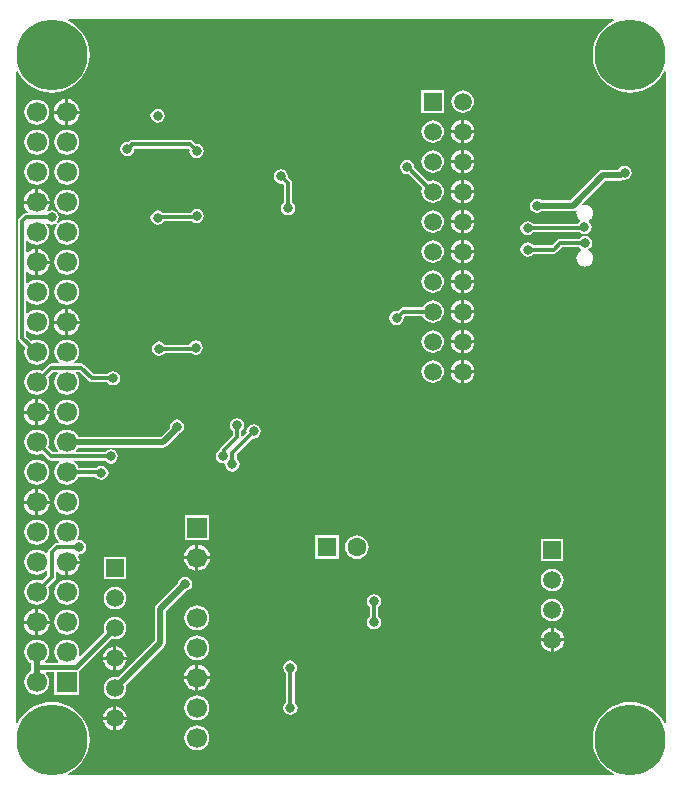
<source format=gbl>
G04*
G04 #@! TF.GenerationSoftware,Altium Limited,Altium Designer,22.6.1 (34)*
G04*
G04 Layer_Physical_Order=2*
G04 Layer_Color=16711680*
%FSAX44Y44*%
%MOMM*%
G71*
G04*
G04 #@! TF.SameCoordinates,3ED828DF-7C99-4F06-8B8B-480B9A04C0B7*
G04*
G04*
G04 #@! TF.FilePolarity,Positive*
G04*
G01*
G75*
%ADD14C,0.4000*%
%ADD53C,1.7000*%
%ADD54R,1.7000X1.7000*%
%ADD64C,0.3000*%
%ADD65C,0.5000*%
%ADD67R,1.5000X1.5000*%
%ADD68C,1.5000*%
%ADD69C,1.6000*%
%ADD70R,1.6000X1.6000*%
%ADD71C,6.0000*%
%ADD72R,1.7000X1.7000*%
%ADD73C,0.8000*%
%ADD74C,0.5080*%
G36*
X01626529Y01150604D02*
X01626157Y01150450D01*
X01621863Y01147819D01*
X01618033Y01144547D01*
X01614761Y01140717D01*
X01612130Y01136423D01*
X01610202Y01131769D01*
X01609026Y01126871D01*
X01608631Y01121850D01*
X01609026Y01116829D01*
X01610202Y01111931D01*
X01612130Y01107277D01*
X01614761Y01102983D01*
X01618033Y01099153D01*
X01621863Y01095881D01*
X01626157Y01093250D01*
X01630811Y01091322D01*
X01635709Y01090146D01*
X01640730Y01089751D01*
X01645751Y01090146D01*
X01650649Y01091322D01*
X01655303Y01093250D01*
X01659597Y01095881D01*
X01663427Y01099153D01*
X01666699Y01102983D01*
X01669330Y01107277D01*
X01669484Y01107649D01*
X01670730Y01107401D01*
Y00556299D01*
X01669484Y00556051D01*
X01669330Y00556423D01*
X01666699Y00560717D01*
X01663427Y00564547D01*
X01659597Y00567819D01*
X01655303Y00570450D01*
X01650649Y00572378D01*
X01645751Y00573554D01*
X01640730Y00573949D01*
X01635709Y00573554D01*
X01630811Y00572378D01*
X01626157Y00570450D01*
X01621863Y00567819D01*
X01618033Y00564547D01*
X01614761Y00560717D01*
X01612130Y00556423D01*
X01610202Y00551769D01*
X01609026Y00546871D01*
X01608631Y00541850D01*
X01609026Y00536829D01*
X01610202Y00531931D01*
X01612130Y00527277D01*
X01614761Y00522983D01*
X01618033Y00519153D01*
X01621863Y00515881D01*
X01626157Y00513250D01*
X01626529Y00513096D01*
X01626281Y00511850D01*
X01165179D01*
X01164931Y00513096D01*
X01165303Y00513250D01*
X01169597Y00515881D01*
X01173427Y00519153D01*
X01176699Y00522983D01*
X01179330Y00527277D01*
X01181258Y00531931D01*
X01182434Y00536829D01*
X01182829Y00541850D01*
X01182434Y00546871D01*
X01181258Y00551769D01*
X01179330Y00556423D01*
X01176699Y00560717D01*
X01173427Y00564547D01*
X01169597Y00567819D01*
X01165303Y00570450D01*
X01160649Y00572378D01*
X01155751Y00573554D01*
X01150730Y00573949D01*
X01145709Y00573554D01*
X01140811Y00572378D01*
X01136157Y00570450D01*
X01131863Y00567819D01*
X01128033Y00564547D01*
X01124761Y00560717D01*
X01122130Y00556423D01*
X01121976Y00556051D01*
X01120730Y00556299D01*
Y01107401D01*
X01121976Y01107649D01*
X01122130Y01107277D01*
X01124761Y01102983D01*
X01128033Y01099153D01*
X01131863Y01095881D01*
X01136157Y01093250D01*
X01140811Y01091322D01*
X01145709Y01090146D01*
X01150730Y01089751D01*
X01155751Y01090146D01*
X01160649Y01091322D01*
X01165303Y01093250D01*
X01169597Y01095881D01*
X01173427Y01099153D01*
X01176699Y01102983D01*
X01179330Y01107277D01*
X01181258Y01111931D01*
X01182434Y01116829D01*
X01182829Y01121850D01*
X01182434Y01126871D01*
X01181258Y01131769D01*
X01179330Y01136423D01*
X01176699Y01140717D01*
X01173427Y01144547D01*
X01169597Y01147819D01*
X01165303Y01150450D01*
X01164931Y01150604D01*
X01165179Y01151850D01*
X01626281D01*
X01626529Y01150604D01*
D02*
G37*
%LPC*%
G36*
X01164700Y01084118D02*
Y01074420D01*
X01174398D01*
X01174186Y01076032D01*
X01173073Y01078718D01*
X01171304Y01081024D01*
X01168998Y01082793D01*
X01166312Y01083906D01*
X01164700Y01084118D01*
D02*
G37*
G36*
X01162160Y01084118D02*
X01160548Y01083906D01*
X01157862Y01082793D01*
X01155556Y01081024D01*
X01153787Y01078718D01*
X01152674Y01076032D01*
X01152462Y01074420D01*
X01162160D01*
Y01084118D01*
D02*
G37*
G36*
X01482789Y01091620D02*
X01463790D01*
Y01072620D01*
X01482789D01*
Y01091620D01*
D02*
G37*
G36*
X01498689Y01091702D02*
X01496210Y01091376D01*
X01493898Y01090418D01*
X01491914Y01088895D01*
X01490391Y01086911D01*
X01489434Y01084600D01*
X01489108Y01082120D01*
X01489434Y01079640D01*
X01490391Y01077329D01*
X01491914Y01075345D01*
X01493898Y01073822D01*
X01496210Y01072865D01*
X01498689Y01072538D01*
X01501169Y01072865D01*
X01503480Y01073822D01*
X01505465Y01075345D01*
X01506988Y01077329D01*
X01507945Y01079640D01*
X01508271Y01082120D01*
X01507945Y01084600D01*
X01506988Y01086911D01*
X01505465Y01088895D01*
X01503480Y01090418D01*
X01501169Y01091376D01*
X01498689Y01091702D01*
D02*
G37*
G36*
X01240480Y01076226D02*
X01238139Y01075760D01*
X01236154Y01074434D01*
X01234828Y01072449D01*
X01234362Y01070108D01*
X01234828Y01067767D01*
X01236154Y01065782D01*
X01238139Y01064456D01*
X01240480Y01063991D01*
X01242821Y01064456D01*
X01244806Y01065782D01*
X01246132Y01067767D01*
X01246598Y01070108D01*
X01246132Y01072449D01*
X01244806Y01074434D01*
X01242821Y01075760D01*
X01240480Y01076226D01*
D02*
G37*
G36*
X01138030Y01083741D02*
X01135289Y01083380D01*
X01132735Y01082322D01*
X01130541Y01080639D01*
X01128858Y01078445D01*
X01127800Y01075891D01*
X01127439Y01073150D01*
X01127800Y01070409D01*
X01128858Y01067855D01*
X01130541Y01065661D01*
X01132735Y01063978D01*
X01135289Y01062920D01*
X01138030Y01062559D01*
X01140771Y01062920D01*
X01143325Y01063978D01*
X01145519Y01065661D01*
X01147202Y01067855D01*
X01148260Y01070409D01*
X01148621Y01073150D01*
X01148260Y01075891D01*
X01147202Y01078445D01*
X01145519Y01080639D01*
X01143325Y01082322D01*
X01140771Y01083380D01*
X01138030Y01083741D01*
D02*
G37*
G36*
X01174398Y01071880D02*
X01164700D01*
Y01062182D01*
X01166312Y01062394D01*
X01168998Y01063507D01*
X01171304Y01065276D01*
X01173073Y01067582D01*
X01174186Y01070268D01*
X01174398Y01071880D01*
D02*
G37*
G36*
X01162160D02*
X01152462D01*
X01152674Y01070268D01*
X01153787Y01067582D01*
X01155556Y01065276D01*
X01157862Y01063507D01*
X01160548Y01062394D01*
X01162160Y01062182D01*
Y01071880D01*
D02*
G37*
G36*
X01499959Y01066680D02*
Y01057990D01*
X01508649D01*
X01508471Y01059341D01*
X01507459Y01061783D01*
X01505850Y01063881D01*
X01503753Y01065490D01*
X01501310Y01066502D01*
X01499959Y01066680D01*
D02*
G37*
G36*
X01497419Y01066679D02*
X01496069Y01066502D01*
X01493626Y01065490D01*
X01491529Y01063881D01*
X01489919Y01061783D01*
X01488908Y01059341D01*
X01488730Y01057990D01*
X01497419D01*
Y01066679D01*
D02*
G37*
G36*
X01267980Y01049419D02*
X01218987D01*
X01217622Y01049147D01*
X01216464Y01048373D01*
X01215838Y01047747D01*
X01214730Y01047968D01*
X01212389Y01047502D01*
X01210404Y01046176D01*
X01209078Y01044191D01*
X01208613Y01041850D01*
X01209078Y01039509D01*
X01210404Y01037524D01*
X01212389Y01036198D01*
X01214730Y01035732D01*
X01217071Y01036198D01*
X01219056Y01037524D01*
X01220382Y01039509D01*
X01220847Y01041850D01*
X01221202Y01042281D01*
X01266502D01*
X01267540Y01041243D01*
X01267363Y01040350D01*
X01267828Y01038009D01*
X01269154Y01036024D01*
X01271139Y01034698D01*
X01273480Y01034232D01*
X01275821Y01034698D01*
X01277806Y01036024D01*
X01279132Y01038009D01*
X01279597Y01040350D01*
X01279132Y01042691D01*
X01277806Y01044676D01*
X01275821Y01046002D01*
X01273480Y01046468D01*
X01272587Y01046290D01*
X01270503Y01048373D01*
X01269346Y01049147D01*
X01267980Y01049419D01*
D02*
G37*
G36*
X01473289Y01066302D02*
X01470809Y01065975D01*
X01468499Y01065018D01*
X01466514Y01063495D01*
X01464991Y01061511D01*
X01464034Y01059200D01*
X01463707Y01056720D01*
X01464034Y01054240D01*
X01464991Y01051929D01*
X01466514Y01049945D01*
X01468499Y01048422D01*
X01470809Y01047465D01*
X01473289Y01047138D01*
X01475769Y01047465D01*
X01478080Y01048422D01*
X01480065Y01049945D01*
X01481588Y01051929D01*
X01482545Y01054240D01*
X01482871Y01056720D01*
X01482545Y01059200D01*
X01481588Y01061511D01*
X01480065Y01063495D01*
X01478080Y01065018D01*
X01475769Y01065975D01*
X01473289Y01066302D01*
D02*
G37*
G36*
X01497419Y01055450D02*
X01488730D01*
X01488908Y01054099D01*
X01489919Y01051657D01*
X01491529Y01049559D01*
X01493626Y01047950D01*
X01496069Y01046938D01*
X01497419Y01046761D01*
Y01055450D01*
D02*
G37*
G36*
X01508649D02*
X01499959D01*
Y01046761D01*
X01501310Y01046938D01*
X01503753Y01047950D01*
X01505850Y01049559D01*
X01507459Y01051657D01*
X01508471Y01054099D01*
X01508649Y01055450D01*
D02*
G37*
G36*
X01163430Y01058341D02*
X01160689Y01057980D01*
X01158135Y01056922D01*
X01155941Y01055239D01*
X01154258Y01053045D01*
X01153200Y01050491D01*
X01152839Y01047750D01*
X01153200Y01045009D01*
X01154258Y01042455D01*
X01155941Y01040261D01*
X01158135Y01038578D01*
X01160689Y01037520D01*
X01163430Y01037159D01*
X01166171Y01037520D01*
X01168725Y01038578D01*
X01170919Y01040261D01*
X01172602Y01042455D01*
X01173660Y01045009D01*
X01174021Y01047750D01*
X01173660Y01050491D01*
X01172602Y01053045D01*
X01170919Y01055239D01*
X01168725Y01056922D01*
X01166171Y01057980D01*
X01163430Y01058341D01*
D02*
G37*
G36*
X01138030D02*
X01135289Y01057980D01*
X01132735Y01056922D01*
X01130541Y01055239D01*
X01128858Y01053045D01*
X01127800Y01050491D01*
X01127439Y01047750D01*
X01127800Y01045009D01*
X01128858Y01042455D01*
X01130541Y01040261D01*
X01132735Y01038578D01*
X01135289Y01037520D01*
X01138030Y01037159D01*
X01140771Y01037520D01*
X01143325Y01038578D01*
X01145519Y01040261D01*
X01147202Y01042455D01*
X01148260Y01045009D01*
X01148621Y01047750D01*
X01148260Y01050491D01*
X01147202Y01053045D01*
X01145519Y01055239D01*
X01143325Y01056922D01*
X01140771Y01057980D01*
X01138030Y01058341D01*
D02*
G37*
G36*
X01499959Y01041280D02*
Y01032590D01*
X01508649D01*
X01508471Y01033941D01*
X01507459Y01036383D01*
X01505850Y01038481D01*
X01503753Y01040090D01*
X01501310Y01041102D01*
X01499959Y01041280D01*
D02*
G37*
G36*
X01497419Y01041279D02*
X01496069Y01041102D01*
X01493626Y01040090D01*
X01491529Y01038481D01*
X01489919Y01036383D01*
X01488908Y01033941D01*
X01488730Y01032590D01*
X01497419D01*
Y01041279D01*
D02*
G37*
G36*
X01473289Y01040902D02*
X01470809Y01040575D01*
X01468499Y01039618D01*
X01466514Y01038095D01*
X01464991Y01036111D01*
X01464034Y01033800D01*
X01463707Y01031320D01*
X01464034Y01028840D01*
X01464991Y01026529D01*
X01466514Y01024545D01*
X01468499Y01023022D01*
X01470809Y01022065D01*
X01473289Y01021738D01*
X01475769Y01022065D01*
X01478080Y01023022D01*
X01480065Y01024545D01*
X01481588Y01026529D01*
X01482545Y01028840D01*
X01482871Y01031320D01*
X01482545Y01033800D01*
X01481588Y01036111D01*
X01480065Y01038095D01*
X01478080Y01039618D01*
X01475769Y01040575D01*
X01473289Y01040902D01*
D02*
G37*
G36*
X01497419Y01030050D02*
X01488730D01*
X01488908Y01028699D01*
X01489919Y01026257D01*
X01491529Y01024159D01*
X01493626Y01022550D01*
X01496069Y01021538D01*
X01497419Y01021361D01*
Y01030050D01*
D02*
G37*
G36*
X01508649D02*
X01499959D01*
Y01021361D01*
X01501310Y01021538D01*
X01503753Y01022550D01*
X01505850Y01024159D01*
X01507459Y01026257D01*
X01508471Y01028699D01*
X01508649Y01030050D01*
D02*
G37*
G36*
X01635730Y01027968D02*
X01633389Y01027502D01*
X01631404Y01026176D01*
X01630243Y01024438D01*
X01617730D01*
X01615974Y01024089D01*
X01614486Y01023094D01*
X01589830Y00998438D01*
X01565663D01*
X01564071Y00999502D01*
X01561730Y00999967D01*
X01559389Y00999502D01*
X01557404Y00998176D01*
X01556078Y00996191D01*
X01555612Y00993850D01*
X01556078Y00991509D01*
X01557404Y00989524D01*
X01559389Y00988198D01*
X01561730Y00987732D01*
X01564071Y00988198D01*
X01565663Y00989262D01*
X01591730D01*
X01593486Y00989611D01*
X01594231Y00990109D01*
X01595213Y00989342D01*
X01595267Y00989274D01*
X01595029Y00987470D01*
X01595270Y00985643D01*
X01595975Y00983940D01*
X01597097Y00982478D01*
X01597780Y00981954D01*
X01597728Y00980392D01*
X01597404Y00980176D01*
X01596230Y00978419D01*
X01558562D01*
X01558056Y00979176D01*
X01556071Y00980502D01*
X01553730Y00980967D01*
X01551389Y00980502D01*
X01549404Y00979176D01*
X01548078Y00977191D01*
X01547612Y00974850D01*
X01548078Y00972509D01*
X01549404Y00970524D01*
X01551389Y00969198D01*
X01553730Y00968733D01*
X01556071Y00969198D01*
X01558056Y00970524D01*
X01558562Y00971281D01*
X01597768D01*
X01599389Y00970198D01*
X01601730Y00969733D01*
X01604071Y00970198D01*
X01606056Y00971524D01*
X01607382Y00973509D01*
X01607848Y00975850D01*
X01607382Y00978191D01*
X01606056Y00980176D01*
X01605968Y00980234D01*
X01606065Y00981697D01*
X01607082Y00982478D01*
X01608204Y00983940D01*
X01608909Y00985643D01*
X01609150Y00987470D01*
X01608909Y00989297D01*
X01608204Y00991000D01*
X01607082Y00992462D01*
X01605620Y00993585D01*
X01603917Y00994290D01*
X01602089Y00994530D01*
X01600484Y00994319D01*
X01600064Y00994829D01*
X01599832Y00995463D01*
X01619630Y01015262D01*
X01632918D01*
X01634674Y01015611D01*
X01635056Y01015866D01*
X01635730Y01015732D01*
X01638071Y01016198D01*
X01640056Y01017524D01*
X01641382Y01019509D01*
X01641848Y01021850D01*
X01641382Y01024191D01*
X01640056Y01026176D01*
X01638071Y01027502D01*
X01635730Y01027968D01*
D02*
G37*
G36*
X01163430Y01032941D02*
X01160689Y01032580D01*
X01158135Y01031522D01*
X01155941Y01029839D01*
X01154258Y01027645D01*
X01153200Y01025091D01*
X01152839Y01022350D01*
X01153200Y01019609D01*
X01154258Y01017055D01*
X01155941Y01014861D01*
X01158135Y01013178D01*
X01160689Y01012120D01*
X01163430Y01011759D01*
X01166171Y01012120D01*
X01168725Y01013178D01*
X01170919Y01014861D01*
X01172602Y01017055D01*
X01173660Y01019609D01*
X01174021Y01022350D01*
X01173660Y01025091D01*
X01172602Y01027645D01*
X01170919Y01029839D01*
X01168725Y01031522D01*
X01166171Y01032580D01*
X01163430Y01032941D01*
D02*
G37*
G36*
X01138030D02*
X01135289Y01032580D01*
X01132735Y01031522D01*
X01130541Y01029839D01*
X01128858Y01027645D01*
X01127800Y01025091D01*
X01127439Y01022350D01*
X01127800Y01019609D01*
X01128858Y01017055D01*
X01130541Y01014861D01*
X01132735Y01013178D01*
X01135289Y01012120D01*
X01138030Y01011759D01*
X01140771Y01012120D01*
X01143325Y01013178D01*
X01145519Y01014861D01*
X01147202Y01017055D01*
X01148260Y01019609D01*
X01148621Y01022350D01*
X01148260Y01025091D01*
X01147202Y01027645D01*
X01145519Y01029839D01*
X01143325Y01031522D01*
X01140771Y01032580D01*
X01138030Y01032941D01*
D02*
G37*
G36*
X01499959Y01015880D02*
Y01007190D01*
X01508649D01*
X01508471Y01008541D01*
X01507459Y01010983D01*
X01505850Y01013081D01*
X01503753Y01014690D01*
X01501310Y01015702D01*
X01499959Y01015880D01*
D02*
G37*
G36*
X01497419Y01015879D02*
X01496069Y01015702D01*
X01493626Y01014690D01*
X01491529Y01013081D01*
X01489919Y01010983D01*
X01488908Y01008541D01*
X01488730Y01007190D01*
X01497419D01*
Y01015879D01*
D02*
G37*
G36*
X01139300Y01007918D02*
Y00998220D01*
X01148998D01*
X01148786Y00999832D01*
X01147673Y01002518D01*
X01145904Y01004824D01*
X01143598Y01006593D01*
X01140912Y01007706D01*
X01139300Y01007918D01*
D02*
G37*
G36*
X01136760Y01007918D02*
X01135148Y01007706D01*
X01132462Y01006593D01*
X01130156Y01004824D01*
X01128387Y01002518D01*
X01127274Y00999832D01*
X01127062Y00998220D01*
X01136760D01*
Y01007918D01*
D02*
G37*
G36*
X01451730Y01032968D02*
X01449389Y01032502D01*
X01447404Y01031176D01*
X01446078Y01029191D01*
X01445612Y01026850D01*
X01446078Y01024509D01*
X01447404Y01022524D01*
X01449389Y01021198D01*
X01451730Y01020732D01*
X01452886Y01020962D01*
X01464448Y01009400D01*
X01464034Y01008400D01*
X01463707Y01005920D01*
X01464034Y01003440D01*
X01464991Y01001129D01*
X01466514Y00999145D01*
X01468499Y00997622D01*
X01470809Y00996665D01*
X01473289Y00996338D01*
X01475769Y00996665D01*
X01478080Y00997622D01*
X01480065Y00999145D01*
X01481588Y01001129D01*
X01482545Y01003440D01*
X01482871Y01005920D01*
X01482545Y01008400D01*
X01481588Y01010711D01*
X01480065Y01012695D01*
X01478080Y01014218D01*
X01475769Y01015175D01*
X01473289Y01015502D01*
X01470809Y01015175D01*
X01469364Y01014577D01*
X01457722Y01026219D01*
X01457848Y01026850D01*
X01457382Y01029191D01*
X01456056Y01031176D01*
X01454071Y01032502D01*
X01451730Y01032968D01*
D02*
G37*
G36*
X01497419Y01004650D02*
X01488730D01*
X01488908Y01003299D01*
X01489919Y01000857D01*
X01491529Y00998759D01*
X01493626Y00997150D01*
X01496069Y00996138D01*
X01497419Y00995961D01*
Y01004650D01*
D02*
G37*
G36*
X01508649D02*
X01499959D01*
Y00995961D01*
X01501310Y00996138D01*
X01503753Y00997150D01*
X01505850Y00998759D01*
X01507459Y01000857D01*
X01508471Y01003299D01*
X01508649Y01004650D01*
D02*
G37*
G36*
X01273480Y00991468D02*
X01271139Y00991002D01*
X01269154Y00989676D01*
X01268147Y00988169D01*
X01244810D01*
X01244806Y00988176D01*
X01242821Y00989502D01*
X01240480Y00989967D01*
X01238139Y00989502D01*
X01236154Y00988176D01*
X01234828Y00986191D01*
X01234362Y00983850D01*
X01234828Y00981509D01*
X01236154Y00979524D01*
X01238139Y00978198D01*
X01240480Y00977732D01*
X01242821Y00978198D01*
X01244806Y00979524D01*
X01245813Y00981031D01*
X01269149D01*
X01269154Y00981024D01*
X01271139Y00979698D01*
X01273480Y00979232D01*
X01275821Y00979698D01*
X01277806Y00981024D01*
X01279132Y00983009D01*
X01279597Y00985350D01*
X01279132Y00987691D01*
X01277806Y00989676D01*
X01275821Y00991002D01*
X01273480Y00991468D01*
D02*
G37*
G36*
X01163430Y01007541D02*
X01160689Y01007180D01*
X01158135Y01006122D01*
X01155941Y01004439D01*
X01154258Y01002245D01*
X01153200Y00999691D01*
X01152839Y00996950D01*
X01153200Y00994209D01*
X01154258Y00991655D01*
X01155941Y00989461D01*
X01158135Y00987778D01*
X01160689Y00986720D01*
X01163430Y00986359D01*
X01166171Y00986720D01*
X01168725Y00987778D01*
X01170919Y00989461D01*
X01172602Y00991655D01*
X01173660Y00994209D01*
X01174021Y00996950D01*
X01173660Y00999691D01*
X01172602Y01002245D01*
X01170919Y01004439D01*
X01168725Y01006122D01*
X01166171Y01007180D01*
X01163430Y01007541D01*
D02*
G37*
G36*
X01344730Y01024967D02*
X01342389Y01024502D01*
X01340404Y01023176D01*
X01339078Y01021191D01*
X01338613Y01018850D01*
X01339078Y01016509D01*
X01340404Y01014524D01*
X01342389Y01013198D01*
X01344730Y01012732D01*
X01345623Y01012910D01*
X01347161Y01011372D01*
Y00996682D01*
X01346404Y00996176D01*
X01345078Y00994191D01*
X01344612Y00991850D01*
X01345078Y00989509D01*
X01346404Y00987524D01*
X01348389Y00986198D01*
X01350730Y00985732D01*
X01353071Y00986198D01*
X01355056Y00987524D01*
X01356382Y00989509D01*
X01356848Y00991850D01*
X01356382Y00994191D01*
X01355056Y00996176D01*
X01354299Y00996682D01*
Y01012850D01*
X01354027Y01014216D01*
X01353253Y01015373D01*
X01350670Y01017957D01*
X01350848Y01018850D01*
X01350382Y01021191D01*
X01349056Y01023176D01*
X01347071Y01024502D01*
X01344730Y01024967D01*
D02*
G37*
G36*
X01499959Y00990480D02*
Y00981790D01*
X01508649D01*
X01508471Y00983141D01*
X01507459Y00985583D01*
X01505850Y00987681D01*
X01503753Y00989290D01*
X01501310Y00990302D01*
X01499959Y00990480D01*
D02*
G37*
G36*
X01497419Y00990479D02*
X01496069Y00990302D01*
X01493626Y00989290D01*
X01491529Y00987681D01*
X01489919Y00985583D01*
X01488908Y00983141D01*
X01488730Y00981790D01*
X01497419D01*
Y00990479D01*
D02*
G37*
G36*
X01473289Y00990102D02*
X01470809Y00989775D01*
X01468499Y00988818D01*
X01466514Y00987296D01*
X01464991Y00985311D01*
X01464034Y00983000D01*
X01463707Y00980520D01*
X01464034Y00978040D01*
X01464991Y00975729D01*
X01466514Y00973745D01*
X01468499Y00972222D01*
X01470809Y00971265D01*
X01473289Y00970938D01*
X01475769Y00971265D01*
X01478080Y00972222D01*
X01480065Y00973745D01*
X01481588Y00975729D01*
X01482545Y00978040D01*
X01482871Y00980520D01*
X01482545Y00983000D01*
X01481588Y00985311D01*
X01480065Y00987296D01*
X01478080Y00988818D01*
X01475769Y00989775D01*
X01473289Y00990102D01*
D02*
G37*
G36*
X01497419Y00979250D02*
X01488730D01*
X01488908Y00977899D01*
X01489919Y00975457D01*
X01491529Y00973359D01*
X01493626Y00971750D01*
X01496069Y00970738D01*
X01497419Y00970561D01*
Y00979250D01*
D02*
G37*
G36*
X01508649D02*
X01499959D01*
Y00970561D01*
X01501310Y00970738D01*
X01503753Y00971750D01*
X01505850Y00973359D01*
X01507459Y00975457D01*
X01508471Y00977899D01*
X01508649Y00979250D01*
D02*
G37*
G36*
X01148998Y00995680D02*
X01138030D01*
X01127062D01*
X01127274Y00994068D01*
X01128387Y00991382D01*
X01130156Y00989076D01*
X01130596Y00988739D01*
X01130188Y00987536D01*
X01128848D01*
X01127482Y00987264D01*
X01126324Y00986491D01*
X01123207Y00983373D01*
X01122433Y00982216D01*
X01122161Y00980850D01*
Y00882250D01*
X01122433Y00880884D01*
X01123207Y00879727D01*
X01128515Y00874418D01*
X01127800Y00872691D01*
X01127439Y00869950D01*
X01127800Y00867209D01*
X01128858Y00864655D01*
X01130541Y00862461D01*
X01132735Y00860778D01*
X01135289Y00859720D01*
X01138030Y00859359D01*
X01140771Y00859720D01*
X01143325Y00860778D01*
X01145519Y00862461D01*
X01147202Y00864655D01*
X01148260Y00867209D01*
X01148621Y00869950D01*
X01148260Y00872691D01*
X01147202Y00875245D01*
X01145519Y00877439D01*
X01143325Y00879122D01*
X01140771Y00880180D01*
X01138030Y00880541D01*
X01135289Y00880180D01*
X01133562Y00879464D01*
X01129299Y00883728D01*
Y00887505D01*
X01130095Y00887776D01*
X01130569Y00887840D01*
X01132735Y00886178D01*
X01135289Y00885120D01*
X01138030Y00884759D01*
X01140771Y00885120D01*
X01143325Y00886178D01*
X01145519Y00887861D01*
X01147202Y00890055D01*
X01148260Y00892609D01*
X01148621Y00895350D01*
X01148260Y00898091D01*
X01147202Y00900645D01*
X01145519Y00902839D01*
X01143325Y00904522D01*
X01140771Y00905580D01*
X01138030Y00905941D01*
X01135289Y00905580D01*
X01132735Y00904522D01*
X01130569Y00902860D01*
X01130095Y00902924D01*
X01129299Y00903195D01*
Y00912905D01*
X01130095Y00913176D01*
X01130569Y00913240D01*
X01132735Y00911578D01*
X01135289Y00910520D01*
X01138030Y00910159D01*
X01140771Y00910520D01*
X01143325Y00911578D01*
X01145519Y00913261D01*
X01147202Y00915455D01*
X01148260Y00918009D01*
X01148621Y00920750D01*
X01148260Y00923491D01*
X01147202Y00926045D01*
X01145519Y00928239D01*
X01143325Y00929922D01*
X01140771Y00930980D01*
X01138030Y00931341D01*
X01135289Y00930980D01*
X01132735Y00929922D01*
X01130569Y00928260D01*
X01130095Y00928324D01*
X01129299Y00928595D01*
Y00937415D01*
X01130569Y00937960D01*
X01132462Y00936507D01*
X01135148Y00935394D01*
X01136760Y00935182D01*
Y00946150D01*
X01138030D01*
D01*
X01136760D01*
Y00957118D01*
X01135148Y00956906D01*
X01132462Y00955793D01*
X01130569Y00954340D01*
X01129299Y00954885D01*
Y00963705D01*
X01130095Y00963976D01*
X01130569Y00964040D01*
X01132735Y00962378D01*
X01135289Y00961320D01*
X01138030Y00960959D01*
X01140771Y00961320D01*
X01143325Y00962378D01*
X01145519Y00964061D01*
X01147202Y00966255D01*
X01148260Y00968809D01*
X01148621Y00971550D01*
X01148260Y00974291D01*
X01147202Y00976845D01*
X01146042Y00978356D01*
X01146922Y00979296D01*
X01148389Y00978316D01*
X01150730Y00977850D01*
X01153071Y00978316D01*
X01154538Y00979296D01*
X01155418Y00978356D01*
X01154258Y00976845D01*
X01153200Y00974291D01*
X01152839Y00971550D01*
X01153200Y00968809D01*
X01154258Y00966255D01*
X01155941Y00964061D01*
X01158135Y00962378D01*
X01160689Y00961320D01*
X01163430Y00960959D01*
X01166171Y00961320D01*
X01168725Y00962378D01*
X01170919Y00964061D01*
X01172602Y00966255D01*
X01173660Y00968809D01*
X01174021Y00971550D01*
X01173660Y00974291D01*
X01172602Y00976845D01*
X01170919Y00979039D01*
X01168725Y00980722D01*
X01166171Y00981780D01*
X01163430Y00982141D01*
X01160689Y00981780D01*
X01158135Y00980722D01*
X01156432Y00979415D01*
X01155492Y00980295D01*
X01156382Y00981626D01*
X01156848Y00983968D01*
X01156382Y00986309D01*
X01155056Y00988293D01*
X01153071Y00989619D01*
X01150730Y00990085D01*
X01148389Y00989619D01*
X01147430Y00988978D01*
X01146550Y00989918D01*
X01147673Y00991382D01*
X01148786Y00994068D01*
X01148998Y00995680D01*
D02*
G37*
G36*
X01602255Y00968442D02*
X01599914Y00967977D01*
X01597930Y00966650D01*
X01597426Y00965897D01*
X01581208D01*
X01579843Y00965625D01*
X01578685Y00964852D01*
X01574252Y00960419D01*
X01558562D01*
X01558056Y00961176D01*
X01556071Y00962502D01*
X01553730Y00962968D01*
X01551389Y00962502D01*
X01549404Y00961176D01*
X01548078Y00959191D01*
X01547612Y00956850D01*
X01548078Y00954509D01*
X01549404Y00952524D01*
X01551389Y00951198D01*
X01553730Y00950732D01*
X01556071Y00951198D01*
X01558056Y00952524D01*
X01558562Y00953281D01*
X01575730D01*
X01577096Y00953553D01*
X01578253Y00954327D01*
X01582686Y00958760D01*
X01597421D01*
X01597930Y00957999D01*
X01599224Y00957134D01*
X01599082Y00955701D01*
X01598559Y00955484D01*
X01597097Y00954362D01*
X01595975Y00952900D01*
X01595270Y00951197D01*
X01595029Y00949370D01*
X01595270Y00947543D01*
X01595975Y00945840D01*
X01597097Y00944378D01*
X01598559Y00943255D01*
X01600262Y00942550D01*
X01602089Y00942310D01*
X01603917Y00942550D01*
X01605620Y00943255D01*
X01607082Y00944378D01*
X01608204Y00945840D01*
X01608909Y00947543D01*
X01609150Y00949370D01*
X01608909Y00951197D01*
X01608204Y00952900D01*
X01607082Y00954362D01*
X01605620Y00955484D01*
X01605301Y00955617D01*
X01605160Y00957049D01*
X01606581Y00957999D01*
X01607907Y00959984D01*
X01608373Y00962325D01*
X01607907Y00964666D01*
X01606581Y00966650D01*
X01604597Y00967977D01*
X01602255Y00968442D01*
D02*
G37*
G36*
X01499959Y00965079D02*
Y00956390D01*
X01508649D01*
X01508471Y00957741D01*
X01507459Y00960183D01*
X01505850Y00962281D01*
X01503753Y00963890D01*
X01501310Y00964902D01*
X01499959Y00965079D01*
D02*
G37*
G36*
X01497419Y00965079D02*
X01496069Y00964902D01*
X01493626Y00963890D01*
X01491529Y00962281D01*
X01489919Y00960183D01*
X01488908Y00957741D01*
X01488730Y00956390D01*
X01497419D01*
Y00965079D01*
D02*
G37*
G36*
X01139300Y00957118D02*
Y00947420D01*
X01148998D01*
X01148786Y00949032D01*
X01147673Y00951718D01*
X01145904Y00954024D01*
X01143598Y00955793D01*
X01140912Y00956906D01*
X01139300Y00957118D01*
D02*
G37*
G36*
X01473289Y00964702D02*
X01470809Y00964376D01*
X01468499Y00963418D01*
X01466514Y00961896D01*
X01464991Y00959911D01*
X01464034Y00957600D01*
X01463707Y00955120D01*
X01464034Y00952640D01*
X01464991Y00950329D01*
X01466514Y00948345D01*
X01468499Y00946822D01*
X01470809Y00945865D01*
X01473289Y00945538D01*
X01475769Y00945865D01*
X01478080Y00946822D01*
X01480065Y00948345D01*
X01481588Y00950329D01*
X01482545Y00952640D01*
X01482871Y00955120D01*
X01482545Y00957600D01*
X01481588Y00959911D01*
X01480065Y00961896D01*
X01478080Y00963418D01*
X01475769Y00964376D01*
X01473289Y00964702D01*
D02*
G37*
G36*
X01497419Y00953850D02*
X01488730D01*
X01488908Y00952499D01*
X01489919Y00950057D01*
X01491529Y00947959D01*
X01493626Y00946350D01*
X01496069Y00945338D01*
X01497419Y00945161D01*
Y00953850D01*
D02*
G37*
G36*
X01508649D02*
X01499959D01*
Y00945161D01*
X01501310Y00945338D01*
X01503753Y00946350D01*
X01505850Y00947959D01*
X01507459Y00950057D01*
X01508471Y00952499D01*
X01508649Y00953850D01*
D02*
G37*
G36*
X01163430Y00956741D02*
X01160689Y00956380D01*
X01158135Y00955322D01*
X01155941Y00953639D01*
X01154258Y00951445D01*
X01153200Y00948891D01*
X01152839Y00946150D01*
X01153200Y00943409D01*
X01154258Y00940855D01*
X01155941Y00938661D01*
X01158135Y00936978D01*
X01160689Y00935920D01*
X01163430Y00935559D01*
X01166171Y00935920D01*
X01168725Y00936978D01*
X01170919Y00938661D01*
X01172602Y00940855D01*
X01173660Y00943409D01*
X01174021Y00946150D01*
X01173660Y00948891D01*
X01172602Y00951445D01*
X01170919Y00953639D01*
X01168725Y00955322D01*
X01166171Y00956380D01*
X01163430Y00956741D01*
D02*
G37*
G36*
X01148998Y00944880D02*
X01139300D01*
Y00935182D01*
X01140912Y00935394D01*
X01143598Y00936507D01*
X01145904Y00938276D01*
X01147673Y00940582D01*
X01148786Y00943268D01*
X01148998Y00944880D01*
D02*
G37*
G36*
X01499959Y00939679D02*
Y00930990D01*
X01508649D01*
X01508471Y00932341D01*
X01507459Y00934783D01*
X01505850Y00936881D01*
X01503753Y00938490D01*
X01501310Y00939502D01*
X01499959Y00939679D01*
D02*
G37*
G36*
X01497419Y00939679D02*
X01496069Y00939502D01*
X01493626Y00938490D01*
X01491529Y00936881D01*
X01489919Y00934783D01*
X01488908Y00932341D01*
X01488730Y00930990D01*
X01497419D01*
Y00939679D01*
D02*
G37*
G36*
X01473289Y00939302D02*
X01470809Y00938976D01*
X01468499Y00938018D01*
X01466514Y00936496D01*
X01464991Y00934511D01*
X01464034Y00932200D01*
X01463707Y00929720D01*
X01464034Y00927240D01*
X01464991Y00924929D01*
X01466514Y00922945D01*
X01468499Y00921422D01*
X01470809Y00920465D01*
X01473289Y00920138D01*
X01475769Y00920465D01*
X01478080Y00921422D01*
X01480065Y00922945D01*
X01481588Y00924929D01*
X01482545Y00927240D01*
X01482871Y00929720D01*
X01482545Y00932200D01*
X01481588Y00934511D01*
X01480065Y00936496D01*
X01478080Y00938018D01*
X01475769Y00938976D01*
X01473289Y00939302D01*
D02*
G37*
G36*
X01497419Y00928450D02*
X01488730D01*
X01488908Y00927099D01*
X01489919Y00924657D01*
X01491529Y00922559D01*
X01493626Y00920950D01*
X01496069Y00919938D01*
X01497419Y00919761D01*
Y00928450D01*
D02*
G37*
G36*
X01508649D02*
X01499959D01*
Y00919761D01*
X01501310Y00919938D01*
X01503753Y00920950D01*
X01505850Y00922559D01*
X01507459Y00924657D01*
X01508471Y00927099D01*
X01508649Y00928450D01*
D02*
G37*
G36*
X01163430Y00931341D02*
X01160689Y00930980D01*
X01158135Y00929922D01*
X01155941Y00928239D01*
X01154258Y00926045D01*
X01153200Y00923491D01*
X01152839Y00920750D01*
X01153200Y00918009D01*
X01154258Y00915455D01*
X01155941Y00913261D01*
X01158135Y00911578D01*
X01160689Y00910520D01*
X01163430Y00910159D01*
X01166171Y00910520D01*
X01168725Y00911578D01*
X01170919Y00913261D01*
X01172602Y00915455D01*
X01173660Y00918009D01*
X01174021Y00920750D01*
X01173660Y00923491D01*
X01172602Y00926045D01*
X01170919Y00928239D01*
X01168725Y00929922D01*
X01166171Y00930980D01*
X01163430Y00931341D01*
D02*
G37*
G36*
X01499959Y00914279D02*
Y00905590D01*
X01508649D01*
X01508471Y00906941D01*
X01507459Y00909383D01*
X01505850Y00911481D01*
X01503753Y00913090D01*
X01501310Y00914102D01*
X01499959Y00914279D01*
D02*
G37*
G36*
X01497419Y00914279D02*
X01496069Y00914102D01*
X01493626Y00913090D01*
X01491529Y00911481D01*
X01489919Y00909383D01*
X01488908Y00906941D01*
X01488730Y00905590D01*
X01497419D01*
Y00914279D01*
D02*
G37*
G36*
X01473289Y00913902D02*
X01470809Y00913576D01*
X01468499Y00912618D01*
X01466514Y00911096D01*
X01464991Y00909111D01*
X01464485Y00907889D01*
X01448200D01*
X01446834Y00907617D01*
X01445677Y00906843D01*
X01443623Y00904790D01*
X01442730Y00904967D01*
X01440389Y00904502D01*
X01438404Y00903176D01*
X01437078Y00901191D01*
X01436613Y00898850D01*
X01437078Y00896509D01*
X01438404Y00894524D01*
X01440389Y00893198D01*
X01442730Y00892732D01*
X01445071Y00893198D01*
X01447056Y00894524D01*
X01448382Y00896509D01*
X01448848Y00898850D01*
X01448670Y00899743D01*
X01449678Y00900751D01*
X01464485D01*
X01464991Y00899529D01*
X01466514Y00897545D01*
X01468499Y00896022D01*
X01470809Y00895065D01*
X01473289Y00894738D01*
X01475769Y00895065D01*
X01478080Y00896022D01*
X01480065Y00897545D01*
X01481588Y00899529D01*
X01482545Y00901840D01*
X01482871Y00904320D01*
X01482545Y00906800D01*
X01481588Y00909111D01*
X01480065Y00911096D01*
X01478080Y00912618D01*
X01475769Y00913576D01*
X01473289Y00913902D01*
D02*
G37*
G36*
X01164700Y00906318D02*
Y00896620D01*
X01174398D01*
X01174186Y00898232D01*
X01173073Y00900918D01*
X01171304Y00903224D01*
X01168998Y00904993D01*
X01166312Y00906106D01*
X01164700Y00906318D01*
D02*
G37*
G36*
X01162160Y00906318D02*
X01160548Y00906106D01*
X01157862Y00904993D01*
X01155556Y00903224D01*
X01153787Y00900918D01*
X01152674Y00898232D01*
X01152462Y00896620D01*
X01162160D01*
Y00906318D01*
D02*
G37*
G36*
X01497419Y00903050D02*
X01488730D01*
X01488908Y00901699D01*
X01489919Y00899257D01*
X01491529Y00897159D01*
X01493626Y00895550D01*
X01496069Y00894538D01*
X01497419Y00894361D01*
Y00903050D01*
D02*
G37*
G36*
X01508649D02*
X01499959D01*
Y00894361D01*
X01501310Y00894538D01*
X01503753Y00895550D01*
X01505850Y00897159D01*
X01507459Y00899257D01*
X01508471Y00901699D01*
X01508649Y00903050D01*
D02*
G37*
G36*
X01174398Y00894080D02*
X01164700D01*
Y00884382D01*
X01166312Y00884594D01*
X01168998Y00885707D01*
X01171304Y00887476D01*
X01173073Y00889782D01*
X01174186Y00892468D01*
X01174398Y00894080D01*
D02*
G37*
G36*
X01162160D02*
X01152462D01*
X01152674Y00892468D01*
X01153787Y00889782D01*
X01155556Y00887476D01*
X01157862Y00885707D01*
X01160548Y00884594D01*
X01162160Y00884382D01*
Y00894080D01*
D02*
G37*
G36*
X01499959Y00888879D02*
Y00880190D01*
X01508649D01*
X01508471Y00881541D01*
X01507459Y00883983D01*
X01505850Y00886081D01*
X01503753Y00887690D01*
X01501310Y00888702D01*
X01499959Y00888879D01*
D02*
G37*
G36*
X01497419Y00888879D02*
X01496069Y00888702D01*
X01493626Y00887690D01*
X01491529Y00886081D01*
X01489919Y00883983D01*
X01488908Y00881541D01*
X01488730Y00880190D01*
X01497419D01*
Y00888879D01*
D02*
G37*
G36*
X01272730Y00879968D02*
X01270389Y00879502D01*
X01268404Y00878176D01*
X01267230Y00876419D01*
X01246562D01*
X01246056Y00877176D01*
X01244071Y00878502D01*
X01241730Y00878968D01*
X01239389Y00878502D01*
X01237404Y00877176D01*
X01236078Y00875191D01*
X01235612Y00872850D01*
X01236078Y00870509D01*
X01237404Y00868524D01*
X01239389Y00867198D01*
X01241730Y00866732D01*
X01244071Y00867198D01*
X01246056Y00868524D01*
X01246562Y00869281D01*
X01268473D01*
X01268690Y00869325D01*
X01268703D01*
X01270389Y00868198D01*
X01272730Y00867732D01*
X01275071Y00868198D01*
X01277056Y00869524D01*
X01278382Y00871509D01*
X01278848Y00873850D01*
X01278382Y00876191D01*
X01277056Y00878176D01*
X01275071Y00879502D01*
X01272730Y00879968D01*
D02*
G37*
G36*
X01473289Y00888502D02*
X01470809Y00888176D01*
X01468499Y00887218D01*
X01466514Y00885695D01*
X01464991Y00883711D01*
X01464034Y00881400D01*
X01463707Y00878920D01*
X01464034Y00876440D01*
X01464991Y00874129D01*
X01466514Y00872145D01*
X01468499Y00870622D01*
X01470809Y00869665D01*
X01473289Y00869338D01*
X01475769Y00869665D01*
X01478080Y00870622D01*
X01480065Y00872145D01*
X01481588Y00874129D01*
X01482545Y00876440D01*
X01482871Y00878920D01*
X01482545Y00881400D01*
X01481588Y00883711D01*
X01480065Y00885695D01*
X01478080Y00887218D01*
X01475769Y00888176D01*
X01473289Y00888502D01*
D02*
G37*
G36*
X01497419Y00877650D02*
X01488730D01*
X01488908Y00876299D01*
X01489919Y00873857D01*
X01491529Y00871759D01*
X01493626Y00870150D01*
X01496069Y00869138D01*
X01497419Y00868961D01*
Y00877650D01*
D02*
G37*
G36*
X01508649D02*
X01499959D01*
Y00868961D01*
X01501310Y00869138D01*
X01503753Y00870150D01*
X01505850Y00871759D01*
X01507459Y00873857D01*
X01508471Y00876299D01*
X01508649Y00877650D01*
D02*
G37*
G36*
X01499959Y00863480D02*
Y00854790D01*
X01508649D01*
X01508471Y00856141D01*
X01507459Y00858583D01*
X01505850Y00860681D01*
X01503753Y00862290D01*
X01501310Y00863302D01*
X01499959Y00863480D01*
D02*
G37*
G36*
X01497419Y00863479D02*
X01496069Y00863302D01*
X01493626Y00862290D01*
X01491529Y00860681D01*
X01489919Y00858583D01*
X01488908Y00856141D01*
X01488730Y00854790D01*
X01497419D01*
Y00863479D01*
D02*
G37*
G36*
X01163430Y00880541D02*
X01160689Y00880180D01*
X01158135Y00879122D01*
X01155941Y00877439D01*
X01154258Y00875245D01*
X01153200Y00872691D01*
X01152839Y00869950D01*
X01153200Y00867209D01*
X01154258Y00864655D01*
X01155941Y00862461D01*
X01156948Y00861689D01*
X01156517Y00860419D01*
X01150330D01*
X01148964Y00860147D01*
X01147807Y00859373D01*
X01142498Y00854064D01*
X01140771Y00854780D01*
X01138030Y00855141D01*
X01135289Y00854780D01*
X01132735Y00853722D01*
X01130541Y00852039D01*
X01128858Y00849845D01*
X01127800Y00847291D01*
X01127439Y00844550D01*
X01127800Y00841809D01*
X01128858Y00839255D01*
X01130541Y00837061D01*
X01132735Y00835378D01*
X01135289Y00834320D01*
X01138030Y00833959D01*
X01140771Y00834320D01*
X01143325Y00835378D01*
X01145519Y00837061D01*
X01147202Y00839255D01*
X01148260Y00841809D01*
X01148621Y00844550D01*
X01148260Y00847291D01*
X01147544Y00849018D01*
X01151808Y00853281D01*
X01155585D01*
X01155856Y00852485D01*
X01155920Y00852011D01*
X01154258Y00849845D01*
X01153200Y00847291D01*
X01152839Y00844550D01*
X01153200Y00841809D01*
X01154258Y00839255D01*
X01155941Y00837061D01*
X01158135Y00835378D01*
X01160689Y00834320D01*
X01163430Y00833959D01*
X01166171Y00834320D01*
X01168725Y00835378D01*
X01170919Y00837061D01*
X01172602Y00839255D01*
X01173660Y00841809D01*
X01174021Y00844550D01*
X01173660Y00847291D01*
X01172602Y00849845D01*
X01170940Y00852011D01*
X01171004Y00852485D01*
X01171275Y00853281D01*
X01174252D01*
X01182207Y00845327D01*
X01183364Y00844553D01*
X01184730Y00844281D01*
X01197898D01*
X01198404Y00843524D01*
X01200389Y00842198D01*
X01202730Y00841732D01*
X01205071Y00842198D01*
X01207056Y00843524D01*
X01208382Y00845509D01*
X01208848Y00847850D01*
X01208382Y00850191D01*
X01207056Y00852176D01*
X01205071Y00853502D01*
X01202730Y00853968D01*
X01200389Y00853502D01*
X01198404Y00852176D01*
X01197898Y00851419D01*
X01186208D01*
X01178253Y00859373D01*
X01177096Y00860147D01*
X01175730Y00860419D01*
X01170343D01*
X01169912Y00861689D01*
X01170919Y00862461D01*
X01172602Y00864655D01*
X01173660Y00867209D01*
X01174021Y00869950D01*
X01173660Y00872691D01*
X01172602Y00875245D01*
X01170919Y00877439D01*
X01168725Y00879122D01*
X01166171Y00880180D01*
X01163430Y00880541D01*
D02*
G37*
G36*
X01473289Y00863102D02*
X01470809Y00862775D01*
X01468499Y00861818D01*
X01466514Y00860295D01*
X01464991Y00858311D01*
X01464034Y00856000D01*
X01463707Y00853520D01*
X01464034Y00851040D01*
X01464991Y00848729D01*
X01466514Y00846745D01*
X01468499Y00845222D01*
X01470809Y00844265D01*
X01473289Y00843938D01*
X01475769Y00844265D01*
X01478080Y00845222D01*
X01480065Y00846745D01*
X01481588Y00848729D01*
X01482545Y00851040D01*
X01482871Y00853520D01*
X01482545Y00856000D01*
X01481588Y00858311D01*
X01480065Y00860295D01*
X01478080Y00861818D01*
X01475769Y00862775D01*
X01473289Y00863102D01*
D02*
G37*
G36*
X01497419Y00852250D02*
X01488730D01*
X01488908Y00850899D01*
X01489919Y00848457D01*
X01491529Y00846359D01*
X01493626Y00844750D01*
X01496069Y00843738D01*
X01497419Y00843561D01*
Y00852250D01*
D02*
G37*
G36*
X01508649D02*
X01499959D01*
Y00843561D01*
X01501310Y00843738D01*
X01503753Y00844750D01*
X01505850Y00846359D01*
X01507459Y00848457D01*
X01508471Y00850899D01*
X01508649Y00852250D01*
D02*
G37*
G36*
X01139300Y00830118D02*
Y00820420D01*
X01148998D01*
X01148786Y00822032D01*
X01147673Y00824718D01*
X01145904Y00827024D01*
X01143598Y00828793D01*
X01140912Y00829906D01*
X01139300Y00830118D01*
D02*
G37*
G36*
X01136760Y00830118D02*
X01135148Y00829906D01*
X01132462Y00828793D01*
X01130156Y00827024D01*
X01128387Y00824718D01*
X01127274Y00822032D01*
X01127062Y00820420D01*
X01136760D01*
Y00830118D01*
D02*
G37*
G36*
X01163430Y00829741D02*
X01160689Y00829380D01*
X01158135Y00828322D01*
X01155941Y00826639D01*
X01154258Y00824445D01*
X01153200Y00821891D01*
X01152839Y00819150D01*
X01153200Y00816409D01*
X01154258Y00813855D01*
X01155941Y00811661D01*
X01158135Y00809978D01*
X01160689Y00808920D01*
X01163430Y00808559D01*
X01166171Y00808920D01*
X01168725Y00809978D01*
X01170919Y00811661D01*
X01172602Y00813855D01*
X01173660Y00816409D01*
X01174021Y00819150D01*
X01173660Y00821891D01*
X01172602Y00824445D01*
X01170919Y00826639D01*
X01168725Y00828322D01*
X01166171Y00829380D01*
X01163430Y00829741D01*
D02*
G37*
G36*
X01148998Y00817880D02*
X01139300D01*
Y00808182D01*
X01140912Y00808394D01*
X01143598Y00809507D01*
X01145904Y00811276D01*
X01147673Y00813582D01*
X01148786Y00816268D01*
X01148998Y00817880D01*
D02*
G37*
G36*
X01136760D02*
X01127062D01*
X01127274Y00816268D01*
X01128387Y00813582D01*
X01130156Y00811276D01*
X01132462Y00809507D01*
X01135148Y00808394D01*
X01136760Y00808182D01*
Y00817880D01*
D02*
G37*
G36*
X01256730Y00812968D02*
X01254389Y00812502D01*
X01252404Y00811176D01*
X01251078Y00809191D01*
X01250612Y00806850D01*
X01250760Y00806106D01*
X01242993Y00798338D01*
X01172895D01*
X01172602Y00799045D01*
X01170919Y00801239D01*
X01168725Y00802922D01*
X01166171Y00803980D01*
X01163430Y00804341D01*
X01160689Y00803980D01*
X01158135Y00802922D01*
X01155941Y00801239D01*
X01154258Y00799045D01*
X01153200Y00796491D01*
X01152839Y00793750D01*
X01153200Y00791009D01*
X01154258Y00788455D01*
X01155704Y00786571D01*
X01155258Y00785301D01*
X01151526D01*
X01147544Y00789282D01*
X01148260Y00791009D01*
X01148621Y00793750D01*
X01148260Y00796491D01*
X01147202Y00799045D01*
X01145519Y00801239D01*
X01143325Y00802922D01*
X01140771Y00803980D01*
X01138030Y00804341D01*
X01135289Y00803980D01*
X01132735Y00802922D01*
X01130541Y00801239D01*
X01128858Y00799045D01*
X01127800Y00796491D01*
X01127439Y00793750D01*
X01127800Y00791009D01*
X01128858Y00788455D01*
X01130541Y00786261D01*
X01132735Y00784578D01*
X01135289Y00783520D01*
X01138030Y00783159D01*
X01140771Y00783520D01*
X01142498Y00784236D01*
X01147524Y00779209D01*
X01148682Y00778436D01*
X01150048Y00778164D01*
X01156885D01*
X01157317Y00776894D01*
X01155941Y00775839D01*
X01154258Y00773645D01*
X01153200Y00771091D01*
X01152839Y00768350D01*
X01153200Y00765609D01*
X01154258Y00763055D01*
X01155941Y00760861D01*
X01158135Y00759178D01*
X01160689Y00758120D01*
X01163430Y00757759D01*
X01166171Y00758120D01*
X01168725Y00759178D01*
X01170919Y00760861D01*
X01172602Y00763055D01*
X01173213Y00764531D01*
X01187731D01*
X01188404Y00763524D01*
X01190389Y00762198D01*
X01192730Y00761732D01*
X01195071Y00762198D01*
X01197056Y00763524D01*
X01198382Y00765509D01*
X01198848Y00767850D01*
X01198382Y00770191D01*
X01197056Y00772176D01*
X01195071Y00773502D01*
X01192730Y00773968D01*
X01190389Y00773502D01*
X01188404Y00772176D01*
X01188065Y00771669D01*
X01173420D01*
X01172602Y00773645D01*
X01170919Y00775839D01*
X01169544Y00776894D01*
X01169975Y00778164D01*
X01195898D01*
X01196404Y00777407D01*
X01198389Y00776081D01*
X01200730Y00775615D01*
X01203071Y00776081D01*
X01205056Y00777407D01*
X01206382Y00779391D01*
X01206848Y00781732D01*
X01206382Y00784074D01*
X01205056Y00786058D01*
X01203071Y00787384D01*
X01200730Y00787850D01*
X01198389Y00787384D01*
X01196404Y00786058D01*
X01195898Y00785301D01*
X01171602D01*
X01171156Y00786571D01*
X01172602Y00788455D01*
X01172895Y00789162D01*
X01244893D01*
X01246649Y00789511D01*
X01248138Y00790506D01*
X01258474Y00800842D01*
X01258657Y00801116D01*
X01259071Y00801198D01*
X01261056Y00802524D01*
X01262382Y00804509D01*
X01262848Y00806850D01*
X01262382Y00809191D01*
X01261056Y00811176D01*
X01259071Y00812502D01*
X01256730Y00812968D01*
D02*
G37*
G36*
X01307730Y00813968D02*
X01305389Y00813502D01*
X01303404Y00812176D01*
X01302078Y00810191D01*
X01301613Y00807850D01*
X01302078Y00805509D01*
X01303404Y00803524D01*
X01304162Y00803018D01*
Y00799328D01*
X01294153Y00789320D01*
X01293379Y00788162D01*
X01293226Y00787389D01*
X01291394Y00786165D01*
X01290068Y00784181D01*
X01289602Y00781840D01*
X01290068Y00779499D01*
X01291394Y00777514D01*
X01293378Y00776188D01*
X01295720Y00775722D01*
X01296750Y00775927D01*
X01297519Y00775158D01*
X01297621Y00774805D01*
X01298078Y00772509D01*
X01299404Y00770524D01*
X01301389Y00769198D01*
X01303730Y00768733D01*
X01306071Y00769198D01*
X01308056Y00770524D01*
X01309382Y00772509D01*
X01309848Y00774850D01*
X01309382Y00777191D01*
X01308056Y00779176D01*
X01307299Y00779682D01*
Y00783372D01*
X01320837Y00796910D01*
X01321730Y00796732D01*
X01324071Y00797198D01*
X01326056Y00798524D01*
X01327382Y00800509D01*
X01327848Y00802850D01*
X01327382Y00805191D01*
X01326056Y00807176D01*
X01324071Y00808502D01*
X01321730Y00808968D01*
X01319389Y00808502D01*
X01317404Y00807176D01*
X01316078Y00805191D01*
X01315612Y00802850D01*
X01315790Y00801957D01*
X01312569Y00798735D01*
X01311299Y00799261D01*
Y00803018D01*
X01312056Y00803524D01*
X01313382Y00805509D01*
X01313848Y00807850D01*
X01313382Y00810191D01*
X01312056Y00812176D01*
X01310071Y00813502D01*
X01307730Y00813968D01*
D02*
G37*
G36*
X01138030Y00778941D02*
X01135289Y00778580D01*
X01132735Y00777522D01*
X01130541Y00775839D01*
X01128858Y00773645D01*
X01127800Y00771091D01*
X01127439Y00768350D01*
X01127800Y00765609D01*
X01128858Y00763055D01*
X01130541Y00760861D01*
X01132735Y00759178D01*
X01135289Y00758120D01*
X01138030Y00757759D01*
X01140771Y00758120D01*
X01143325Y00759178D01*
X01145519Y00760861D01*
X01147202Y00763055D01*
X01148260Y00765609D01*
X01148621Y00768350D01*
X01148260Y00771091D01*
X01147202Y00773645D01*
X01145519Y00775839D01*
X01143325Y00777522D01*
X01140771Y00778580D01*
X01138030Y00778941D01*
D02*
G37*
G36*
X01139300Y00753918D02*
Y00744220D01*
X01148998D01*
X01148786Y00745832D01*
X01147673Y00748518D01*
X01145904Y00750824D01*
X01143598Y00752593D01*
X01140912Y00753706D01*
X01139300Y00753918D01*
D02*
G37*
G36*
X01136760Y00753918D02*
X01135148Y00753706D01*
X01132462Y00752593D01*
X01130156Y00750824D01*
X01128387Y00748518D01*
X01127274Y00745832D01*
X01127062Y00744220D01*
X01136760D01*
Y00753918D01*
D02*
G37*
G36*
X01163430Y00753541D02*
X01160689Y00753180D01*
X01158135Y00752122D01*
X01155941Y00750439D01*
X01154258Y00748245D01*
X01153200Y00745691D01*
X01152839Y00742950D01*
X01153200Y00740209D01*
X01154258Y00737655D01*
X01155941Y00735461D01*
X01158135Y00733778D01*
X01160689Y00732720D01*
X01163430Y00732359D01*
X01166171Y00732720D01*
X01168725Y00733778D01*
X01170919Y00735461D01*
X01172602Y00737655D01*
X01173660Y00740209D01*
X01174021Y00742950D01*
X01173660Y00745691D01*
X01172602Y00748245D01*
X01170919Y00750439D01*
X01168725Y00752122D01*
X01166171Y00753180D01*
X01163430Y00753541D01*
D02*
G37*
G36*
X01148998Y00741680D02*
X01139300D01*
Y00731982D01*
X01140912Y00732194D01*
X01143598Y00733307D01*
X01145904Y00735076D01*
X01147673Y00737382D01*
X01148786Y00740068D01*
X01148998Y00741680D01*
D02*
G37*
G36*
X01136760D02*
X01127062D01*
X01127274Y00740068D01*
X01128387Y00737382D01*
X01130156Y00735076D01*
X01132462Y00733307D01*
X01135148Y00732194D01*
X01136760Y00731982D01*
Y00741680D01*
D02*
G37*
G36*
X01284230Y00731750D02*
X01263230D01*
Y00710750D01*
X01284230D01*
Y00731750D01*
D02*
G37*
G36*
X01138030Y00728141D02*
X01135289Y00727780D01*
X01132735Y00726722D01*
X01130541Y00725039D01*
X01128858Y00722845D01*
X01127800Y00720291D01*
X01127439Y00717550D01*
X01127800Y00714809D01*
X01128858Y00712255D01*
X01130541Y00710061D01*
X01132735Y00708378D01*
X01135289Y00707320D01*
X01138030Y00706959D01*
X01140771Y00707320D01*
X01143325Y00708378D01*
X01145519Y00710061D01*
X01147202Y00712255D01*
X01148260Y00714809D01*
X01148621Y00717550D01*
X01148260Y00720291D01*
X01147202Y00722845D01*
X01145519Y00725039D01*
X01143325Y00726722D01*
X01140771Y00727780D01*
X01138030Y00728141D01*
D02*
G37*
G36*
X01163430D02*
X01160689Y00727780D01*
X01158135Y00726722D01*
X01155941Y00725039D01*
X01154258Y00722845D01*
X01153200Y00720291D01*
X01152839Y00717550D01*
X01153200Y00714809D01*
X01154258Y00712255D01*
X01155941Y00710061D01*
X01156515Y00709621D01*
X01156107Y00708419D01*
X01154945D01*
X01153579Y00708147D01*
X01152421Y00707373D01*
X01148207Y00703159D01*
X01147433Y00702001D01*
X01147161Y00700635D01*
Y00699473D01*
X01145959Y00699065D01*
X01145519Y00699639D01*
X01143325Y00701322D01*
X01140771Y00702380D01*
X01138030Y00702741D01*
X01135289Y00702380D01*
X01132735Y00701322D01*
X01130541Y00699639D01*
X01128858Y00697445D01*
X01127800Y00694891D01*
X01127439Y00692150D01*
X01127800Y00689409D01*
X01128858Y00686855D01*
X01130541Y00684661D01*
X01132735Y00682978D01*
X01135289Y00681920D01*
X01138030Y00681559D01*
X01140771Y00681920D01*
X01143325Y00682978D01*
X01145519Y00684661D01*
X01145959Y00685235D01*
X01147161Y00684827D01*
Y00680928D01*
X01142498Y00676264D01*
X01140771Y00676980D01*
X01138030Y00677341D01*
X01135289Y00676980D01*
X01132735Y00675922D01*
X01130541Y00674239D01*
X01128858Y00672045D01*
X01127800Y00669491D01*
X01127439Y00666750D01*
X01127800Y00664009D01*
X01128858Y00661455D01*
X01130541Y00659261D01*
X01132735Y00657578D01*
X01135289Y00656520D01*
X01138030Y00656159D01*
X01140771Y00656520D01*
X01143325Y00657578D01*
X01145519Y00659261D01*
X01147202Y00661455D01*
X01148260Y00664009D01*
X01148621Y00666750D01*
X01148260Y00669491D01*
X01147544Y00671218D01*
X01153253Y00676927D01*
X01154027Y00678084D01*
X01154299Y00679450D01*
Y00683940D01*
X01155083Y00684206D01*
X01155569Y00684267D01*
X01157862Y00682507D01*
X01160548Y00681394D01*
X01162160Y00681182D01*
Y00692150D01*
X01163430D01*
Y00693420D01*
X01174398D01*
X01174186Y00695032D01*
X01173141Y00697555D01*
X01173474Y00698240D01*
X01173874Y00698761D01*
X01176071Y00699198D01*
X01178056Y00700524D01*
X01179382Y00702509D01*
X01179848Y00704850D01*
X01179382Y00707191D01*
X01178056Y00709176D01*
X01176071Y00710502D01*
X01173730Y00710967D01*
X01173122Y00710847D01*
X01172405Y00711999D01*
X01172602Y00712255D01*
X01173660Y00714809D01*
X01174021Y00717550D01*
X01173660Y00720291D01*
X01172602Y00722845D01*
X01170919Y00725039D01*
X01168725Y00726722D01*
X01166171Y00727780D01*
X01163430Y00728141D01*
D02*
G37*
G36*
X01275000Y00706818D02*
Y00697120D01*
X01284698D01*
X01284486Y00698732D01*
X01283373Y00701418D01*
X01281604Y00703724D01*
X01279298Y00705493D01*
X01276612Y00706606D01*
X01275000Y00706818D01*
D02*
G37*
G36*
X01272460Y00706818D02*
X01270848Y00706606D01*
X01268162Y00705493D01*
X01265856Y00703724D01*
X01264087Y00701418D01*
X01262974Y00698732D01*
X01262762Y00697120D01*
X01272460D01*
Y00706818D01*
D02*
G37*
G36*
X01393730Y00714850D02*
X01373730D01*
Y00694850D01*
X01393730D01*
Y00714850D01*
D02*
G37*
G36*
X01409130Y00714936D02*
X01406519Y00714593D01*
X01404087Y00713585D01*
X01401998Y00711982D01*
X01400395Y00709893D01*
X01399387Y00707460D01*
X01399044Y00704850D01*
X01399387Y00702240D01*
X01400395Y00699807D01*
X01401998Y00697718D01*
X01404087Y00696115D01*
X01406519Y00695107D01*
X01409130Y00694764D01*
X01411741Y00695107D01*
X01414173Y00696115D01*
X01416262Y00697718D01*
X01417865Y00699807D01*
X01418873Y00702240D01*
X01419216Y00704850D01*
X01418873Y00707460D01*
X01417865Y00709893D01*
X01416262Y00711982D01*
X01414173Y00713585D01*
X01411741Y00714593D01*
X01409130Y00714936D01*
D02*
G37*
G36*
X01584069Y00711989D02*
X01565069D01*
Y00692989D01*
X01584069D01*
Y00711989D01*
D02*
G37*
G36*
X01284698Y00694580D02*
X01275000D01*
Y00684882D01*
X01276612Y00685094D01*
X01279298Y00686207D01*
X01281604Y00687976D01*
X01283373Y00690282D01*
X01284486Y00692968D01*
X01284698Y00694580D01*
D02*
G37*
G36*
X01272460D02*
X01262762D01*
X01262974Y00692968D01*
X01264087Y00690282D01*
X01265856Y00687976D01*
X01268162Y00686207D01*
X01270848Y00685094D01*
X01272460Y00684882D01*
Y00694580D01*
D02*
G37*
G36*
X01174398Y00690880D02*
X01164700D01*
Y00681182D01*
X01166312Y00681394D01*
X01168998Y00682507D01*
X01171304Y00684276D01*
X01173073Y00686582D01*
X01174186Y00689268D01*
X01174398Y00690880D01*
D02*
G37*
G36*
X01213730Y00696550D02*
X01194730D01*
Y00677550D01*
X01213730D01*
Y00696550D01*
D02*
G37*
G36*
X01574569Y00686671D02*
X01572089Y00686345D01*
X01569778Y00685388D01*
X01567794Y00683865D01*
X01566271Y00681880D01*
X01565314Y00679569D01*
X01564987Y00677089D01*
X01565314Y00674609D01*
X01566271Y00672298D01*
X01567794Y00670314D01*
X01569778Y00668791D01*
X01572089Y00667834D01*
X01574569Y00667507D01*
X01577049Y00667834D01*
X01579360Y00668791D01*
X01581345Y00670314D01*
X01582868Y00672298D01*
X01583825Y00674609D01*
X01584151Y00677089D01*
X01583825Y00679569D01*
X01582868Y00681880D01*
X01581345Y00683865D01*
X01579360Y00685388D01*
X01577049Y00686345D01*
X01574569Y00686671D01*
D02*
G37*
G36*
X01163430Y00677341D02*
X01160689Y00676980D01*
X01158135Y00675922D01*
X01155941Y00674239D01*
X01154258Y00672045D01*
X01153200Y00669491D01*
X01152839Y00666750D01*
X01153200Y00664009D01*
X01154258Y00661455D01*
X01155941Y00659261D01*
X01158135Y00657578D01*
X01160689Y00656520D01*
X01163430Y00656159D01*
X01166171Y00656520D01*
X01168725Y00657578D01*
X01170919Y00659261D01*
X01172602Y00661455D01*
X01173660Y00664009D01*
X01174021Y00666750D01*
X01173660Y00669491D01*
X01172602Y00672045D01*
X01170919Y00674239D01*
X01168725Y00675922D01*
X01166171Y00676980D01*
X01163430Y00677341D01*
D02*
G37*
G36*
X01204230Y00671232D02*
X01201750Y00670906D01*
X01199439Y00669948D01*
X01197455Y00668426D01*
X01195932Y00666441D01*
X01194975Y00664130D01*
X01194648Y00661650D01*
X01194975Y00659170D01*
X01195932Y00656859D01*
X01197455Y00654875D01*
X01199439Y00653352D01*
X01201750Y00652395D01*
X01204230Y00652068D01*
X01206710Y00652395D01*
X01209021Y00653352D01*
X01211005Y00654875D01*
X01212528Y00656859D01*
X01213485Y00659170D01*
X01213812Y00661650D01*
X01213485Y00664130D01*
X01212528Y00666441D01*
X01211005Y00668426D01*
X01209021Y00669948D01*
X01206710Y00670906D01*
X01204230Y00671232D01*
D02*
G37*
G36*
X01139300Y00652318D02*
Y00642620D01*
X01148998D01*
X01148786Y00644232D01*
X01147673Y00646918D01*
X01145904Y00649224D01*
X01143598Y00650993D01*
X01140912Y00652106D01*
X01139300Y00652318D01*
D02*
G37*
G36*
X01136760Y00652318D02*
X01135148Y00652106D01*
X01132462Y00650993D01*
X01130156Y00649224D01*
X01128387Y00646918D01*
X01127274Y00644232D01*
X01127062Y00642620D01*
X01136760D01*
Y00652318D01*
D02*
G37*
G36*
X01574569Y00661271D02*
X01572089Y00660945D01*
X01569778Y00659988D01*
X01567794Y00658465D01*
X01566271Y00656480D01*
X01565314Y00654169D01*
X01564987Y00651689D01*
X01565314Y00649209D01*
X01566271Y00646898D01*
X01567794Y00644914D01*
X01569778Y00643391D01*
X01572089Y00642434D01*
X01574569Y00642107D01*
X01577049Y00642434D01*
X01579360Y00643391D01*
X01581345Y00644914D01*
X01582868Y00646898D01*
X01583825Y00649209D01*
X01584151Y00651689D01*
X01583825Y00654169D01*
X01582868Y00656480D01*
X01581345Y00658465D01*
X01579360Y00659988D01*
X01577049Y00660945D01*
X01574569Y00661271D01*
D02*
G37*
G36*
X01423730Y00664968D02*
X01421389Y00664502D01*
X01419404Y00663176D01*
X01418078Y00661191D01*
X01417612Y00658850D01*
X01418078Y00656509D01*
X01419404Y00654524D01*
X01420161Y00654018D01*
Y00646182D01*
X01419404Y00645676D01*
X01418078Y00643691D01*
X01417612Y00641350D01*
X01418078Y00639009D01*
X01419404Y00637024D01*
X01421389Y00635698D01*
X01423730Y00635233D01*
X01426071Y00635698D01*
X01428056Y00637024D01*
X01429382Y00639009D01*
X01429848Y00641350D01*
X01429382Y00643691D01*
X01428056Y00645676D01*
X01427299Y00646182D01*
Y00654018D01*
X01428056Y00654524D01*
X01429382Y00656509D01*
X01429848Y00658850D01*
X01429382Y00661191D01*
X01428056Y00663176D01*
X01426071Y00664502D01*
X01423730Y00664968D01*
D02*
G37*
G36*
X01273730Y00655641D02*
X01270989Y00655280D01*
X01268435Y00654222D01*
X01266241Y00652539D01*
X01264558Y00650345D01*
X01263500Y00647791D01*
X01263139Y00645050D01*
X01263500Y00642309D01*
X01264558Y00639755D01*
X01266241Y00637561D01*
X01268435Y00635878D01*
X01270989Y00634820D01*
X01273730Y00634459D01*
X01276471Y00634820D01*
X01279025Y00635878D01*
X01281219Y00637561D01*
X01282902Y00639755D01*
X01283960Y00642309D01*
X01284321Y00645050D01*
X01283960Y00647791D01*
X01282902Y00650345D01*
X01281219Y00652539D01*
X01279025Y00654222D01*
X01276471Y00655280D01*
X01273730Y00655641D01*
D02*
G37*
G36*
X01163430Y00651941D02*
X01160689Y00651580D01*
X01158135Y00650522D01*
X01155941Y00648839D01*
X01154258Y00646645D01*
X01153200Y00644091D01*
X01152839Y00641350D01*
X01153200Y00638609D01*
X01154258Y00636055D01*
X01155941Y00633861D01*
X01158135Y00632178D01*
X01160689Y00631120D01*
X01163430Y00630759D01*
X01166171Y00631120D01*
X01168725Y00632178D01*
X01170919Y00633861D01*
X01172602Y00636055D01*
X01173660Y00638609D01*
X01174021Y00641350D01*
X01173660Y00644091D01*
X01172602Y00646645D01*
X01170919Y00648839D01*
X01168725Y00650522D01*
X01166171Y00651580D01*
X01163430Y00651941D01*
D02*
G37*
G36*
X01148998Y00640080D02*
X01139300D01*
Y00630382D01*
X01140912Y00630594D01*
X01143598Y00631707D01*
X01145904Y00633476D01*
X01147673Y00635782D01*
X01148786Y00638468D01*
X01148998Y00640080D01*
D02*
G37*
G36*
X01136760D02*
X01127062D01*
X01127274Y00638468D01*
X01128387Y00635782D01*
X01130156Y00633476D01*
X01132462Y00631707D01*
X01135148Y00630594D01*
X01136760Y00630382D01*
Y00640080D01*
D02*
G37*
G36*
X01575839Y00636249D02*
Y00627559D01*
X01584529D01*
X01584351Y00628910D01*
X01583339Y00631353D01*
X01581730Y00633450D01*
X01579633Y00635059D01*
X01577190Y00636071D01*
X01575839Y00636249D01*
D02*
G37*
G36*
X01573299Y00636249D02*
X01571948Y00636071D01*
X01569506Y00635059D01*
X01567409Y00633450D01*
X01565800Y00631353D01*
X01564788Y00628910D01*
X01564610Y00627559D01*
X01573299D01*
Y00636249D01*
D02*
G37*
G36*
X01204230Y00645832D02*
X01201750Y00645506D01*
X01199439Y00644548D01*
X01197455Y00643026D01*
X01195932Y00641041D01*
X01194975Y00638730D01*
X01194648Y00636250D01*
X01194975Y00633770D01*
X01195270Y00633057D01*
X01174761Y00612548D01*
X01173730Y00613167D01*
X01173665Y00613249D01*
X01174021Y00615950D01*
X01173660Y00618691D01*
X01172602Y00621245D01*
X01170919Y00623439D01*
X01168725Y00625122D01*
X01166171Y00626180D01*
X01163430Y00626541D01*
X01160689Y00626180D01*
X01158135Y00625122D01*
X01155941Y00623439D01*
X01154258Y00621245D01*
X01153200Y00618691D01*
X01152839Y00615950D01*
X01153200Y00613209D01*
X01154258Y00610655D01*
X01155941Y00608461D01*
X01156111Y00608331D01*
X01155703Y00607128D01*
X01145757D01*
X01145349Y00608331D01*
X01145519Y00608461D01*
X01147202Y00610655D01*
X01148260Y00613209D01*
X01148621Y00615950D01*
X01148260Y00618691D01*
X01147202Y00621245D01*
X01145519Y00623439D01*
X01143325Y00625122D01*
X01140771Y00626180D01*
X01138030Y00626541D01*
X01135289Y00626180D01*
X01132735Y00625122D01*
X01130541Y00623439D01*
X01128858Y00621245D01*
X01127800Y00618691D01*
X01127439Y00615950D01*
X01127800Y00613209D01*
X01128858Y00610655D01*
X01130541Y00608461D01*
X01132735Y00606778D01*
X01133401Y00606502D01*
Y00599998D01*
X01132735Y00599722D01*
X01130541Y00598039D01*
X01128858Y00595845D01*
X01127800Y00593291D01*
X01127439Y00590550D01*
X01127800Y00587809D01*
X01128858Y00585255D01*
X01130541Y00583061D01*
X01132735Y00581378D01*
X01135289Y00580320D01*
X01138030Y00579959D01*
X01140771Y00580320D01*
X01143325Y00581378D01*
X01145519Y00583061D01*
X01147202Y00585255D01*
X01148260Y00587809D01*
X01148621Y00590550D01*
X01148260Y00593291D01*
X01147202Y00595845D01*
X01145777Y00597702D01*
X01146249Y00598972D01*
X01152930D01*
Y00580050D01*
X01173930D01*
Y00600182D01*
X01201037Y00627290D01*
X01201750Y00626995D01*
X01204230Y00626668D01*
X01206710Y00626995D01*
X01209021Y00627952D01*
X01211005Y00629475D01*
X01212528Y00631459D01*
X01213485Y00633770D01*
X01213812Y00636250D01*
X01213485Y00638730D01*
X01212528Y00641041D01*
X01211005Y00643026D01*
X01209021Y00644548D01*
X01206710Y00645506D01*
X01204230Y00645832D01*
D02*
G37*
G36*
X01573299Y00625019D02*
X01564610D01*
X01564788Y00623668D01*
X01565800Y00621226D01*
X01567409Y00619129D01*
X01569506Y00617519D01*
X01571948Y00616508D01*
X01573299Y00616330D01*
Y00625019D01*
D02*
G37*
G36*
X01584529D02*
X01575839D01*
Y00616330D01*
X01577190Y00616508D01*
X01579633Y00617519D01*
X01581730Y00619129D01*
X01583339Y00621226D01*
X01584351Y00623668D01*
X01584529Y00625019D01*
D02*
G37*
G36*
X01205500Y00620809D02*
Y00612120D01*
X01214189D01*
X01214012Y00613471D01*
X01213000Y00615913D01*
X01211391Y00618011D01*
X01209293Y00619620D01*
X01206851Y00620632D01*
X01205500Y00620809D01*
D02*
G37*
G36*
X01202960Y00620810D02*
X01201609Y00620632D01*
X01199167Y00619620D01*
X01197069Y00618011D01*
X01195460Y00615913D01*
X01194448Y00613471D01*
X01194271Y00612120D01*
X01202960D01*
Y00620810D01*
D02*
G37*
G36*
X01273730Y00630241D02*
X01270989Y00629880D01*
X01268435Y00628822D01*
X01266241Y00627139D01*
X01264558Y00624945D01*
X01263500Y00622391D01*
X01263139Y00619650D01*
X01263500Y00616909D01*
X01264558Y00614355D01*
X01266241Y00612161D01*
X01268435Y00610478D01*
X01270989Y00609420D01*
X01273730Y00609059D01*
X01276471Y00609420D01*
X01279025Y00610478D01*
X01281219Y00612161D01*
X01282902Y00614355D01*
X01283960Y00616909D01*
X01284321Y00619650D01*
X01283960Y00622391D01*
X01282902Y00624945D01*
X01281219Y00627139D01*
X01279025Y00628822D01*
X01276471Y00629880D01*
X01273730Y00630241D01*
D02*
G37*
G36*
X01214189Y00609580D02*
X01205500D01*
Y00600891D01*
X01206851Y00601068D01*
X01209293Y00602080D01*
X01211391Y00603689D01*
X01213000Y00605787D01*
X01214012Y00608229D01*
X01214189Y00609580D01*
D02*
G37*
G36*
X01202960D02*
X01194271D01*
X01194448Y00608229D01*
X01195460Y00605787D01*
X01197069Y00603689D01*
X01199167Y00602080D01*
X01201609Y00601068D01*
X01202960Y00600891D01*
Y00609580D01*
D02*
G37*
G36*
X01275000Y00605218D02*
Y00595520D01*
X01284698D01*
X01284486Y00597132D01*
X01283373Y00599818D01*
X01281604Y00602124D01*
X01279298Y00603893D01*
X01276612Y00605006D01*
X01275000Y00605218D01*
D02*
G37*
G36*
X01272460Y00605218D02*
X01270848Y00605006D01*
X01268162Y00603893D01*
X01265856Y00602124D01*
X01264087Y00599818D01*
X01262974Y00597132D01*
X01262762Y00595520D01*
X01272460D01*
Y00605218D01*
D02*
G37*
G36*
X01263730Y00679968D02*
X01261389Y00679502D01*
X01259404Y00678176D01*
X01258078Y00676191D01*
X01257705Y00674313D01*
X01239486Y00656094D01*
X01238491Y00654606D01*
X01238142Y00652850D01*
Y00625850D01*
X01206913Y00594621D01*
X01206710Y00594706D01*
X01204230Y00595032D01*
X01201750Y00594706D01*
X01199439Y00593748D01*
X01197455Y00592225D01*
X01195932Y00590241D01*
X01194975Y00587930D01*
X01194648Y00585450D01*
X01194975Y00582970D01*
X01195932Y00580659D01*
X01197455Y00578675D01*
X01199439Y00577152D01*
X01201750Y00576195D01*
X01204230Y00575868D01*
X01206710Y00576195D01*
X01209021Y00577152D01*
X01211005Y00578675D01*
X01212528Y00580659D01*
X01213485Y00582970D01*
X01213812Y00585450D01*
X01213485Y00587930D01*
X01213401Y00588133D01*
X01245974Y00620706D01*
X01246969Y00622194D01*
X01247318Y00623950D01*
Y00650949D01*
X01264193Y00667825D01*
X01266071Y00668198D01*
X01268056Y00669524D01*
X01269382Y00671509D01*
X01269847Y00673850D01*
X01269382Y00676191D01*
X01268056Y00678176D01*
X01266071Y00679502D01*
X01263730Y00679968D01*
D02*
G37*
G36*
X01284698Y00592980D02*
X01275000D01*
Y00583282D01*
X01276612Y00583494D01*
X01279298Y00584607D01*
X01281604Y00586376D01*
X01283373Y00588682D01*
X01284486Y00591368D01*
X01284698Y00592980D01*
D02*
G37*
G36*
X01272460D02*
X01262762D01*
X01262974Y00591368D01*
X01264087Y00588682D01*
X01265856Y00586376D01*
X01268162Y00584607D01*
X01270848Y00583494D01*
X01272460Y00583282D01*
Y00592980D01*
D02*
G37*
G36*
X01352730Y00608968D02*
X01350389Y00608502D01*
X01348404Y00607176D01*
X01347078Y00605191D01*
X01346613Y00602850D01*
X01347078Y00600509D01*
X01348404Y00598524D01*
X01349192Y00597998D01*
Y00573661D01*
X01348465Y00573176D01*
X01347139Y00571191D01*
X01346673Y00568850D01*
X01347139Y00566509D01*
X01348465Y00564524D01*
X01350449Y00563198D01*
X01352790Y00562733D01*
X01355132Y00563198D01*
X01357116Y00564524D01*
X01358442Y00566509D01*
X01358908Y00568850D01*
X01358442Y00571191D01*
X01357116Y00573176D01*
X01356329Y00573702D01*
Y00598038D01*
X01357056Y00598524D01*
X01358382Y00600509D01*
X01358848Y00602850D01*
X01358382Y00605191D01*
X01357056Y00607176D01*
X01355071Y00608502D01*
X01352730Y00608968D01*
D02*
G37*
G36*
X01205500Y00570009D02*
Y00561320D01*
X01214189D01*
X01214012Y00562671D01*
X01213000Y00565113D01*
X01211391Y00567211D01*
X01209293Y00568820D01*
X01206851Y00569832D01*
X01205500Y00570009D01*
D02*
G37*
G36*
X01202960Y00570009D02*
X01201609Y00569832D01*
X01199167Y00568820D01*
X01197069Y00567211D01*
X01195460Y00565113D01*
X01194448Y00562671D01*
X01194271Y00561320D01*
X01202960D01*
Y00570009D01*
D02*
G37*
G36*
X01273730Y00579441D02*
X01270989Y00579080D01*
X01268435Y00578022D01*
X01266241Y00576339D01*
X01264558Y00574145D01*
X01263500Y00571591D01*
X01263139Y00568850D01*
X01263500Y00566109D01*
X01264558Y00563555D01*
X01266241Y00561361D01*
X01268435Y00559678D01*
X01270989Y00558620D01*
X01273730Y00558259D01*
X01276471Y00558620D01*
X01279025Y00559678D01*
X01281219Y00561361D01*
X01282902Y00563555D01*
X01283960Y00566109D01*
X01284321Y00568850D01*
X01283960Y00571591D01*
X01282902Y00574145D01*
X01281219Y00576339D01*
X01279025Y00578022D01*
X01276471Y00579080D01*
X01273730Y00579441D01*
D02*
G37*
G36*
X01214189Y00558780D02*
X01205500D01*
Y00550091D01*
X01206851Y00550268D01*
X01209293Y00551280D01*
X01211391Y00552889D01*
X01213000Y00554987D01*
X01214012Y00557429D01*
X01214189Y00558780D01*
D02*
G37*
G36*
X01202960D02*
X01194271D01*
X01194448Y00557429D01*
X01195460Y00554987D01*
X01197069Y00552889D01*
X01199167Y00551280D01*
X01201609Y00550268D01*
X01202960Y00550091D01*
Y00558780D01*
D02*
G37*
G36*
X01273730Y00554041D02*
X01270989Y00553680D01*
X01268435Y00552622D01*
X01266241Y00550939D01*
X01264558Y00548745D01*
X01263500Y00546191D01*
X01263139Y00543450D01*
X01263500Y00540709D01*
X01264558Y00538155D01*
X01266241Y00535961D01*
X01268435Y00534278D01*
X01270989Y00533220D01*
X01273730Y00532859D01*
X01276471Y00533220D01*
X01279025Y00534278D01*
X01281219Y00535961D01*
X01282902Y00538155D01*
X01283960Y00540709D01*
X01284321Y00543450D01*
X01283960Y00546191D01*
X01282902Y00548745D01*
X01281219Y00550939D01*
X01279025Y00552622D01*
X01276471Y00553680D01*
X01273730Y00554041D01*
D02*
G37*
%LPD*%
D14*
X01138030Y00603050D02*
X01171030D01*
X01204230Y00636250D01*
X01138030Y00603050D02*
X01138030Y00603050D01*
D53*
X01138030Y01073150D02*
D03*
X01163430D02*
D03*
X01138030Y01047750D02*
D03*
X01163430D02*
D03*
X01138030Y01022350D02*
D03*
X01163430D02*
D03*
X01138030Y00996950D02*
D03*
X01163430D02*
D03*
X01138030Y00971550D02*
D03*
X01163430D02*
D03*
X01138030Y00946150D02*
D03*
X01163430D02*
D03*
X01138030Y00920750D02*
D03*
X01163430D02*
D03*
X01138030Y00895350D02*
D03*
X01163430D02*
D03*
X01138030Y00869950D02*
D03*
X01163430D02*
D03*
X01138030Y00844550D02*
D03*
X01163430D02*
D03*
X01138030Y00819150D02*
D03*
X01163430D02*
D03*
X01138030Y00793750D02*
D03*
X01163430D02*
D03*
X01138030Y00768350D02*
D03*
X01163430D02*
D03*
X01138030Y00742950D02*
D03*
X01163430D02*
D03*
X01138030Y00717550D02*
D03*
X01163430D02*
D03*
X01138030Y00692150D02*
D03*
X01163430D02*
D03*
X01138030Y00666750D02*
D03*
X01163430D02*
D03*
X01138030Y00641350D02*
D03*
X01163430D02*
D03*
X01138030Y00615950D02*
D03*
X01163430D02*
D03*
X01138030Y00590550D02*
D03*
X01273730Y00543450D02*
D03*
Y00568850D02*
D03*
Y00594250D02*
D03*
Y00619650D02*
D03*
Y00645050D02*
D03*
Y00695850D02*
D03*
D54*
X01163430Y00590550D02*
D03*
D64*
X01452045Y01026850D02*
X01472975Y01005920D01*
X01473289D01*
X01451730Y01026850D02*
X01452045D01*
X01267980Y01045850D02*
X01273480Y01040350D01*
X01214730Y01041850D02*
X01214987D01*
X01218987Y01045850D01*
X01267980D01*
X01268473Y00872850D02*
X01268516Y00872893D01*
X01241730Y00872850D02*
X01268473D01*
X01271773Y00872893D02*
X01272730Y00873850D01*
X01268516Y00872893D02*
X01271773D01*
X01352730Y00602850D02*
X01352760Y00602820D01*
Y00568880D02*
X01352790Y00568850D01*
X01352760Y00568880D02*
Y00602820D01*
X01184730Y00847850D02*
X01202730D01*
X01150330Y00856850D02*
X01175730D01*
X01184730Y00847850D01*
X01138030Y00844550D02*
X01150330Y00856850D01*
X01125730Y00882250D02*
X01138030Y00869950D01*
X01423730Y00641350D02*
Y00658850D01*
X01350730Y00991850D02*
Y01012850D01*
X01344730Y01018850D02*
X01350730Y01012850D01*
X01303730Y00774850D02*
Y00784850D01*
X01321730Y00802850D01*
X01150048Y00781732D02*
X01200730D01*
X01138030Y00793750D02*
X01150048Y00781732D01*
X01192480Y00768100D02*
X01192730Y00767850D01*
X01163680Y00768100D02*
X01192480D01*
X01163430Y00768350D02*
X01163680Y00768100D01*
X01295720Y00781840D02*
X01296676Y00782796D01*
X01307730Y00797850D02*
Y00807850D01*
X01296676Y00782796D02*
Y00786796D01*
X01307730Y00797850D01*
X01448200Y00904320D02*
X01473289D01*
X01442730Y00898850D02*
X01448200Y00904320D01*
X01154945Y00704850D02*
X01173730D01*
X01150730Y00700635D02*
X01154945Y00704850D01*
X01150730Y00679450D02*
Y00700635D01*
X01138030Y00666750D02*
X01150730Y00679450D01*
X01553730Y00956850D02*
X01575730D01*
X01581208Y00962328D01*
X01125730Y00882250D02*
Y00980850D01*
X01128848Y00983968D01*
X01150730D01*
X01602252Y00962328D02*
X01602255Y00962325D01*
X01581208Y00962328D02*
X01602252D01*
X01553730Y00974850D02*
X01599377D01*
X01600377Y00975850D01*
X01601730D01*
X01272730Y00984600D02*
X01273480Y00985350D01*
X01240480Y00983850D02*
X01241230Y00984600D01*
X01272730D01*
D65*
X01591730Y00993850D02*
X01617730Y01019850D01*
X01561730Y00993850D02*
X01591730D01*
X01617730Y01019850D02*
X01632918D01*
X01634918Y01021850D02*
X01635730D01*
X01632918Y01019850D02*
X01634918Y01021850D01*
X01242730Y00623950D02*
Y00652850D01*
X01204230Y00585450D02*
X01242730Y00623950D01*
Y00652850D02*
X01263730Y00673850D01*
X01256730Y00806038D02*
Y00806850D01*
X01255230Y00804538D02*
X01256730Y00806038D01*
X01244893Y00793750D02*
X01255230Y00804087D01*
Y00804538D01*
X01163430Y00793750D02*
X01244893D01*
D67*
X01204230Y00687050D02*
D03*
X01473289Y01082120D02*
D03*
X01574569Y00702489D02*
D03*
D68*
X01204230Y00661650D02*
D03*
Y00636250D02*
D03*
Y00610850D02*
D03*
Y00585450D02*
D03*
Y00560050D02*
D03*
X01498689Y01082120D02*
D03*
X01473289Y01056720D02*
D03*
X01498689D02*
D03*
X01473289Y01031320D02*
D03*
X01498689D02*
D03*
X01473289Y01005920D02*
D03*
X01498689D02*
D03*
X01473289Y00980520D02*
D03*
X01498689D02*
D03*
X01473289Y00955120D02*
D03*
X01498689D02*
D03*
X01473289Y00929720D02*
D03*
X01498689D02*
D03*
X01473289Y00904320D02*
D03*
X01498689D02*
D03*
X01473289Y00878920D02*
D03*
X01498689D02*
D03*
X01473289Y00853520D02*
D03*
X01498689D02*
D03*
X01574569Y00626289D02*
D03*
Y00651689D02*
D03*
Y00677089D02*
D03*
X01335730Y00748850D02*
D03*
X01208730Y01118850D02*
D03*
X01584730Y00576850D02*
D03*
X01356730Y00772850D02*
D03*
D69*
X01409130Y00704850D02*
D03*
D70*
X01383730D02*
D03*
D71*
X01640730Y01121850D02*
D03*
X01150730D02*
D03*
X01640730Y00541850D02*
D03*
X01150730D02*
D03*
D72*
X01273730Y00721250D02*
D03*
D73*
X01294730Y00974850D02*
D03*
X01451730Y01026850D02*
D03*
X01561730Y00982850D02*
D03*
Y00966850D02*
D03*
X01581730Y00932850D02*
D03*
X01214730Y01041850D02*
D03*
X01352790Y00568850D02*
D03*
X01202730Y00847850D02*
D03*
X01272730Y00873850D02*
D03*
X01330730Y00855850D02*
D03*
X01352730Y00602850D02*
D03*
X01263730Y00673850D02*
D03*
X01423730Y00658850D02*
D03*
X01396730Y00666850D02*
D03*
X01423730Y00641350D02*
D03*
X01561869Y00664389D02*
D03*
X01425730Y01066850D02*
D03*
X01600730Y01092850D02*
D03*
X01623730Y01029850D02*
D03*
X01225730Y01036850D02*
D03*
X01350730Y00991850D02*
D03*
X01363730Y00803850D02*
D03*
X01321730Y00802850D02*
D03*
X01266730Y01094850D02*
D03*
X01200730Y00781732D02*
D03*
X01238730Y00805153D02*
D03*
X01524730Y00750850D02*
D03*
X01635730Y01021850D02*
D03*
X01533730Y00788850D02*
D03*
X01662730Y00659850D02*
D03*
X01515730Y00651850D02*
D03*
X01359730Y01001850D02*
D03*
X01221730Y00720850D02*
D03*
X01192730Y00767850D02*
D03*
X01240730Y00751850D02*
D03*
X01256730Y00806850D02*
D03*
X01303730Y00774850D02*
D03*
X01295720Y00781840D02*
D03*
X01307730Y00807850D02*
D03*
X01442730Y00898850D02*
D03*
X01319730Y00839850D02*
D03*
X01390730Y00568850D02*
D03*
X01595730Y01144850D02*
D03*
X01515730D02*
D03*
X01435730D02*
D03*
X01355730D02*
D03*
X01275730D02*
D03*
X01195730D02*
D03*
X01663730Y01069850D02*
D03*
Y00989850D02*
D03*
Y00909850D02*
D03*
Y00829850D02*
D03*
Y00749850D02*
D03*
X01607730Y00691850D02*
D03*
X01662730Y00590850D02*
D03*
X01223730Y00980850D02*
D03*
X01224730Y00924850D02*
D03*
X01226730Y00867850D02*
D03*
X01298730Y00753850D02*
D03*
X01329730Y00615850D02*
D03*
X01322730Y00663850D02*
D03*
X01443730Y00690850D02*
D03*
X01173730Y00704850D02*
D03*
X01452730Y01005850D02*
D03*
X01278033Y01119153D02*
D03*
X01553730Y00956850D02*
D03*
X01224730Y01069850D02*
D03*
X01266730D02*
D03*
Y01013850D02*
D03*
Y00957850D02*
D03*
X01241730Y00872850D02*
D03*
X01225730Y00901850D02*
D03*
X01266730D02*
D03*
X01174730Y00933850D02*
D03*
Y00958850D02*
D03*
X01150730Y00983968D02*
D03*
X01602255Y00962325D02*
D03*
X01553730Y00974850D02*
D03*
X01561730Y00942850D02*
D03*
X01532730Y00628850D02*
D03*
X01571730Y00721850D02*
D03*
X01553730Y00581850D02*
D03*
X01438730Y00636850D02*
D03*
X01497730Y00581850D02*
D03*
X01181730Y01013850D02*
D03*
X01641730Y00829850D02*
D03*
Y00909850D02*
D03*
X01642730Y00743850D02*
D03*
X01184730Y00517850D02*
D03*
X01313730D02*
D03*
X01459730Y00519850D02*
D03*
X01588730Y00518850D02*
D03*
X01457730Y00660850D02*
D03*
X01352730Y00852850D02*
D03*
X01450730Y00828850D02*
D03*
X01433730Y00888850D02*
D03*
X01334730Y00908850D02*
D03*
X01323730Y00956850D02*
D03*
X01458730Y00966850D02*
D03*
X01240480Y01070108D02*
D03*
X01601730Y00975850D02*
D03*
X01344730Y01018850D02*
D03*
X01225183Y00958397D02*
D03*
X01561730Y00993850D02*
D03*
X01409730Y00592850D02*
D03*
X01273480Y01040350D02*
D03*
X01240480Y00983850D02*
D03*
X01273480Y00985350D02*
D03*
X01224480Y01015350D02*
D03*
D74*
X01138030Y00590550D02*
Y00603050D01*
Y00615950D01*
M02*

</source>
